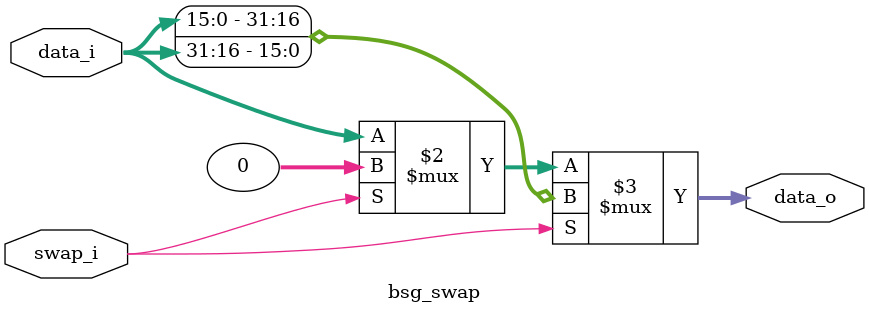
<source format=v>
module top(	// file.cleaned.mlir:2:3
  input  [31:0] data_i,	// file.cleaned.mlir:2:21
  input         swap_i,	// file.cleaned.mlir:2:39
  output [31:0] data_o	// file.cleaned.mlir:2:57
);

  bsg_swap wrapper (	// file.cleaned.mlir:3:23
    .data_i (data_i),
    .swap_i (swap_i),
    .data_o (data_o)
  );	// file.cleaned.mlir:3:23
endmodule

module bsg_swap(	// file.cleaned.mlir:6:3
  input  [31:0] data_i,	// file.cleaned.mlir:6:34
  input         swap_i,	// file.cleaned.mlir:6:52
  output [31:0] data_o	// file.cleaned.mlir:6:70
);

  wire N2;	// file.cleaned.mlir:14:10
  assign N2 = ~swap_i;	// file.cleaned.mlir:14:10
  assign data_o = swap_i ? {data_i[15:0], data_i[31:16]} : N2 ? data_i : 32'h0;	// file.cleaned.mlir:7:15, :9:10, :10:10, :11:10, :12:10, :13:10, :14:10, :15:5
endmodule


</source>
